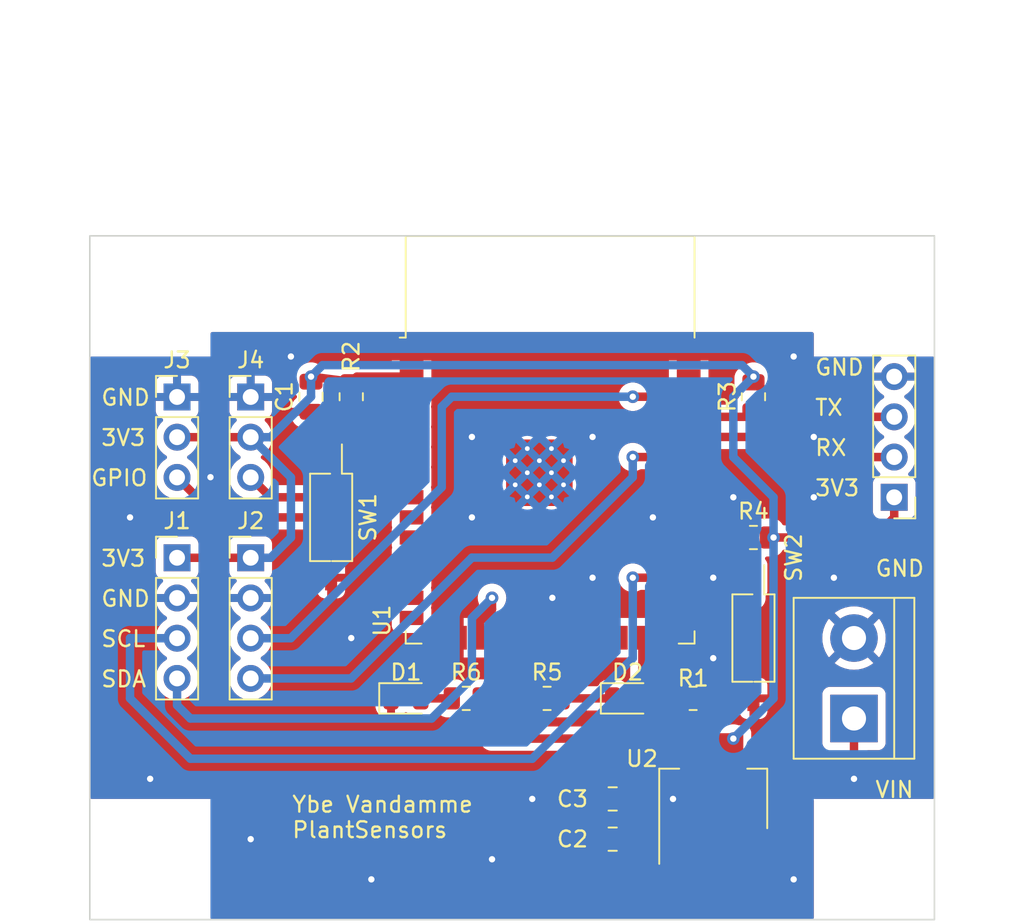
<source format=kicad_pcb>
(kicad_pcb (version 20221018) (generator pcbnew)
  (layers (0 "F.Cu" signal) (31 "B.Cu" signal) (34 "B.Paste" user) (35 "F.Paste" user) (36 "B.SilkS" user "B.Silkscreen") (37 "F.SilkS" user "F.Silkscreen") (38 "B.Mask" user) (39 "F.Mask" user) (44 "Edge.Cuts" user))
  (net 0 "")
  (net 1 "+3V3")
  (net 2 "Net-(D1-A)")
  (net 3 "Net-(D2-K)")
  (net 4 "GPIO2")
  (net 5 "RX0")
  (net 6 "TX0")
  (net 7 "EN")
  (net 8 "GPIO0")
  (net 9 "GPIO5")
  (net 12 "SCL2")
  (net 13 "SDA2")
  (net 14 "GPIO32")
  (net 32 "GND")
  (net 33 "+5V")
  (net 35 "SCL1")
  (net 36 "SDA1")
  (net 37 "GPIO34")
  (footprint "Resistor_SMD:R_0805_2012Metric" (layer "F.Cu") (at 151.13 106.68 180)
    (fp_text reference "R1" (at 0 1.27) (layer "F.SilkS"))
    (fp_text value "10k" hide)
    (fp_line (start -0.227064 -0.735) (end 0.227064 -0.735) (stroke (width 0.12)) (layer "F.SilkS"))
    (fp_line (start -0.227064 0.735) (end 0.227064 0.735) (stroke (width 0.12)) (layer "F.SilkS"))
    (pad "1" smd roundrect (at -0.9125 0 180) (size 1.025 1.4) (layers "F.Cu" "F.Paste" "F.Mask") (roundrect_rratio 0.243902439) (net 8 "GPIO0"))
    (pad "2" smd roundrect (at 0.9125 0 180) (size 1.025 1.4) (layers "F.Cu" "F.Paste" "F.Mask") (roundrect_rratio 0.243902439) (net 1 "+3V3"))
  )
  (footprint "Package_TO_SOT_SMD:SOT-223-3_TabPin2" (layer "F.Cu") (at 152.4 113.03 90)
    (fp_text reference "U2" (at 2.54 -4.5 180) (layer "F.SilkS"))
    (fp_text value "AMS1117-3.3" hide)
    (fp_line (start -4.1 -3.41) (end 1.91 -3.41) (stroke (width 0.12)) (layer "F.SilkS"))
    (fp_line (start -1.85 3.41) (end 1.91 3.41) (stroke (width 0.12)) (layer "F.SilkS"))
    (fp_line (start 1.91 -3.41) (end 1.91 -2.15) (stroke (width 0.12)) (layer "F.SilkS"))
    (fp_line (start 1.91 3.41) (end 1.91 2.15) (stroke (width 0.12)) (layer "F.SilkS"))
    (pad "1" smd rect (at -3.15 -2.3 90) (size 2 1.5) (layers "F.Cu" "F.Paste" "F.Mask") (net 32 "GND"))
    (pad "2" smd rect (at -3.15 0 90) (size 2 1.5) (layers "F.Cu" "F.Paste" "F.Mask") (net 1 "+3V3"))
    (pad "2" smd rect (at 3.15 0 90) (size 2 3.8) (layers "F.Cu" "F.Paste" "F.Mask") (net 1 "+3V3"))
    (pad "3" smd rect (at -3.15 2.3 90) (size 2 1.5) (layers "F.Cu" "F.Paste" "F.Mask") (net 33 "+5V"))
  )
  (footprint "Button_Switch_SMD:SW_DIP_SPSTx01_Slide_Copal_CHS-01B_W7.62mm_P1.27mm" (layer "F.Cu") (at 128.27 95.25 -90)
    (fp_text reference "SW1" (at 0 -2.33 -270) (layer "F.SilkS"))
    (fp_text value "SW_Push" hide)
    (fp_line (start -4.61 -0.68) (end -2.76 -0.68) (stroke (width 0.12)) (layer "F.SilkS"))
    (fp_line (start -2.76 -1.33) (end -2.76 -0.68) (stroke (width 0.12)) (layer "F.SilkS"))
    (fp_line (start -2.76 -1.33) (end 2.76 -1.33) (stroke (width 0.12)) (layer "F.SilkS"))
    (fp_line (start -2.76 0.061) (end -2.76 1.33) (stroke (width 0.12)) (layer "F.SilkS"))
    (fp_line (start -2.76 1.33) (end 2.76 1.33) (stroke (width 0.12)) (layer "F.SilkS"))
    (fp_line (start 2.76 -1.33) (end 2.76 -0.061) (stroke (width 0.12)) (layer "F.SilkS"))
    (fp_line (start 2.76 0.061) (end 2.76 1.33) (stroke (width 0.12)) (layer "F.SilkS"))
    (pad "1" smd rect (at -3.81 0 270) (size 1.6 0.76) (layers "F.Cu" "F.Paste" "F.Mask") (net 7 "EN"))
    (pad "2" smd rect (at 3.81 0 270) (size 1.6 0.76) (layers "F.Cu" "F.Paste" "F.Mask") (net 32 "GND"))
  )
  (footprint "LED_SMD:LED_0805_2012Metric" (layer "F.Cu") (at 132.9925 106.68)
    (fp_text reference "D1" (at 0 -1.65) (layer "F.SilkS"))
    (fp_text value "RED" hide)
    (fp_line (start -1.685 -0.96) (end -1.685 0.96) (stroke (width 0.12)) (layer "F.SilkS"))
    (fp_line (start -1.685 0.96) (end 1 0.96) (stroke (width 0.12)) (layer "F.SilkS"))
    (fp_line (start 1 -0.96) (end -1.685 -0.96) (stroke (width 0.12)) (layer "F.SilkS"))
    (pad "1" smd roundrect (at -0.9375 0) (size 0.975 1.4) (layers "F.Cu" "F.Paste" "F.Mask") (net 32 "GND"))
    (pad "2" smd roundrect (at 0.9375 0) (size 0.975 1.4) (layers "F.Cu" "F.Paste" "F.Mask") (net 2 "Net-(D1-A)"))
  )
  (footprint "Capacitor_SMD:C_0805_2012Metric" (layer "F.Cu") (at 146.05 115.57 180)
    (fp_text reference "C2" (at 2.54 0) (layer "F.SilkS"))
    (fp_text value "10µ" hide)
    (fp_line (start -0.261252 -0.735) (end 0.261252 -0.735) (stroke (width 0.12)) (layer "F.SilkS"))
    (fp_line (start -0.261252 0.735) (end 0.261252 0.735) (stroke (width 0.12)) (layer "F.SilkS"))
    (pad "1" smd roundrect (at -0.95 0 180) (size 1 1.45) (layers "F.Cu" "F.Paste" "F.Mask") (net 33 "+5V"))
    (pad "2" smd roundrect (at 0.95 0 180) (size 1 1.45) (layers "F.Cu" "F.Paste" "F.Mask") (net 32 "GND"))
  )
  (footprint "Resistor_SMD:R_0805_2012Metric" (layer "F.Cu") (at 154.94 87.63 90)
    (fp_text reference "R3" (at 0 -1.65 90) (layer "F.SilkS"))
    (fp_text value "10k" hide)
    (fp_line (start -0.227064 -0.735) (end 0.227064 -0.735) (stroke (width 0.12)) (layer "F.SilkS"))
    (fp_line (start -0.227064 0.735) (end 0.227064 0.735) (stroke (width 0.12)) (layer "F.SilkS"))
    (pad "1" smd roundrect (at -0.9125 0 90) (size 1.025 1.4) (layers "F.Cu" "F.Paste" "F.Mask") (roundrect_rratio 0.243902439) (net 6 "TX0"))
    (pad "2" smd roundrect (at 0.9125 0 90) (size 1.025 1.4) (layers "F.Cu" "F.Paste" "F.Mask") (roundrect_rratio 0.243902439) (net 1 "+3V3"))
  )
  (footprint "Connector_PinHeader_2.54mm:PinHeader_1x03_P2.54mm_Vertical" (layer "F.Cu") (at 123.19 87.645)
    (fp_text reference "J4" (at 0 -2.33) (layer "F.SilkS"))
    (fp_text value "Conn_01x03_Pin")
    (fp_line (start -1.33 -1.33) (end 0 -1.33) (stroke (width 0.12)) (layer "F.SilkS"))
    (fp_line (start -1.33 0) (end -1.33 -1.33) (stroke (width 0.12)) (layer "F.SilkS"))
    (fp_line (start -1.33 1.27) (end -1.33 6.41) (stroke (width 0.12)) (layer "F.SilkS"))
    (fp_line (start -1.33 1.27) (end 1.33 1.27) (stroke (width 0.12)) (layer "F.SilkS"))
    (fp_line (start -1.33 6.41) (end 1.33 6.41) (stroke (width 0.12)) (layer "F.SilkS"))
    (fp_line (start 1.33 1.27) (end 1.33 6.41) (stroke (width 0.12)) (layer "F.SilkS"))
    (pad "1" thru_hole rect (at 0 0) (size 1.7 1.7) (drill 1) (layers "*.Cu" "*.Mask") (net 32 "GND"))
    (pad "2" thru_hole oval (at 0 2.54) (size 1.7 1.7) (drill 1) (layers "*.Cu" "*.Mask") (net 1 "+3V3"))
    (pad "3" thru_hole oval (at 0 5.08) (size 1.7 1.7) (drill 1) (layers "*.Cu" "*.Mask") (net 37 "GPIO34"))
  )
  (footprint "TerminalBlock:TerminalBlock_bornier-2_P5.08mm" (layer "F.Cu") (at 161.29 107.95 90)
    (fp_text reference "J5" hide)
    (fp_text value "Screw_Terminal_01x02" hide)
    (fp_line (start -2.54 -3.81) (end -2.54 3.81) (stroke (width 0.12)) (layer "F.SilkS"))
    (fp_line (start -2.54 3.81) (end 7.62 3.81) (stroke (width 0.12)) (layer "F.SilkS"))
    (fp_line (start 7.62 -3.81) (end -2.54 -3.81) (stroke (width 0.12)) (layer "F.SilkS"))
    (fp_line (start 7.62 2.54) (end -2.54 2.54) (stroke (width 0.12)) (layer "F.SilkS"))
    (fp_line (start 7.62 3.81) (end 7.62 -3.81) (stroke (width 0.12)) (layer "F.SilkS"))
    (pad "1" thru_hole rect (at 0 0 90) (size 3 3) (drill 1.52) (layers "*.Cu" "*.Mask") (net 33 "+5V"))
    (pad "2" thru_hole circle (at 5.08 0 90) (size 3 3) (drill 1.52) (layers "*.Cu" "*.Mask") (net 32 "GND"))
  )
  (footprint "Button_Switch_SMD:SW_DIP_SPSTx01_Slide_Copal_CHS-01B_W7.62mm_P1.27mm" (layer "F.Cu") (at 154.94 102.87 -90)
    (fp_text reference "SW2" (at -5.08 -2.54 90) (layer "F.SilkS"))
    (fp_text value "BOOT" hide)
    (fp_line (start -4.61 -0.68) (end -2.76 -0.68) (stroke (width 0.12)) (layer "F.SilkS"))
    (fp_line (start -2.76 -1.33) (end -2.76 -0.68) (stroke (width 0.12)) (layer "F.SilkS"))
    (fp_line (start -2.76 -1.33) (end 2.76 -1.33) (stroke (width 0.12)) (layer "F.SilkS"))
    (fp_line (start -2.76 0.061) (end -2.76 1.33) (stroke (width 0.12)) (layer "F.SilkS"))
    (fp_line (start -2.76 1.33) (end 2.76 1.33) (stroke (width 0.12)) (layer "F.SilkS"))
    (fp_line (start 2.76 -1.33) (end 2.76 -0.061) (stroke (width 0.12)) (layer "F.SilkS"))
    (fp_line (start 2.76 0.061) (end 2.76 1.33) (stroke (width 0.12)) (layer "F.SilkS"))
    (pad "1" smd rect (at -3.81 0 270) (size 1.6 0.76) (layers "F.Cu" "F.Paste" "F.Mask") (net 8 "GPIO0"))
    (pad "2" smd rect (at 3.81 0 270) (size 1.6 0.76) (layers "F.Cu" "F.Paste" "F.Mask") (net 32 "GND"))
  )
  (footprint "Capacitor_SMD:C_0805_2012Metric" (layer "F.Cu") (at 146.05 113.03 180)
    (fp_text reference "C3" (at 2.54 0) (layer "F.SilkS"))
    (fp_text value "22µ" hide)
    (fp_line (start -0.261252 -0.735) (end 0.261252 -0.735) (stroke (width 0.12)) (layer "F.SilkS"))
    (fp_line (start -0.261252 0.735) (end 0.261252 0.735) (stroke (width 0.12)) (layer "F.SilkS"))
    (pad "1" smd roundrect (at -0.95 0 180) (size 1 1.45) (layers "F.Cu" "F.Paste" "F.Mask") (net 1 "+3V3"))
    (pad "2" smd roundrect (at 0.95 0 180) (size 1 1.45) (layers "F.Cu" "F.Paste" "F.Mask") (net 32 "GND"))
  )
  (footprint "MountingHole:MountingHole_2.2mm_M2" (layer "F.Cu") (at 162.56 116.84)
    (fp_text reference "REF**" hide)
    (fp_text value "MountingHole_2.2mm_M2")
    (pad "" np_thru_hole circle (at 0 0) (size 2.2 2.2) (drill 2.2) (layers "F&B.Cu" "*.Mask"))
  )
  (footprint "Resistor_SMD:R_0805_2012Metric" (layer "F.Cu") (at 129.54 87.63 -90)
    (fp_text reference "R2" (at -2.54 0 -270) (layer "F.SilkS"))
    (fp_text value "10k" hide)
    (fp_line (start -0.227064 -0.735) (end 0.227064 -0.735) (stroke (width 0.12)) (layer "F.SilkS"))
    (fp_line (start -0.227064 0.735) (end 0.227064 0.735) (stroke (width 0.12)) (layer "F.SilkS"))
    (pad "1" smd roundrect (at -0.9125 0 270) (size 1.025 1.4) (layers "F.Cu" "F.Paste" "F.Mask") (roundrect_rratio 0.243902439) (net 1 "+3V3"))
    (pad "2" smd roundrect (at 0.9125 0 270) (size 1.025 1.4) (layers "F.Cu" "F.Paste" "F.Mask") (roundrect_rratio 0.243902439) (net 7 "EN"))
  )
  (footprint "MountingHole:MountingHole_2.2mm_M2" (layer "F.Cu") (at 116.84 116.84)
    (fp_text reference "REF**" hide)
    (fp_text value "MountingHole_2.2mm_M2")
    (pad "" np_thru_hole circle (at 0 0) (size 2.2 2.2) (drill 2.2) (layers "F&B.Cu" "*.Mask"))
  )
  (footprint "Resistor_SMD:R_0805_2012Metric" (layer "F.Cu") (at 154.94 96.52)
    (fp_text reference "R4" (at 0 -1.65) (layer "F.SilkS"))
    (fp_text value "10k")
    (fp_line (start -0.227064 -0.735) (end 0.227064 -0.735) (stroke (width 0.12)) (layer "F.SilkS"))
    (fp_line (start -0.227064 0.735) (end 0.227064 0.735) (stroke (width 0.12)) (layer "F.SilkS"))
    (pad "1" smd roundrect (at -0.9125 0) (size 1.025 1.4) (layers "F.Cu" "F.Paste" "F.Mask") (roundrect_rratio 0.243902439) (net 9 "GPIO5"))
    (pad "2" smd roundrect (at 0.9125 0) (size 1.025 1.4) (layers "F.Cu" "F.Paste" "F.Mask") (roundrect_rratio 0.243902439) (net 1 "+3V3"))
  )
  (footprint "RF_Module:ESP32-WROOM-32" (layer "F.Cu") (at 142.1 93.34)
    (fp_text reference "U1" (at -10.61 8.43 90) (layer "F.SilkS"))
    (fp_text value "ESP32-WROOM-32" hide)
    (fp_line (start -9.12 -15.86) (end -9.12 -9.445) (stroke (width 0.12)) (layer "F.SilkS"))
    (fp_line (start -9.12 -15.86) (end 9.12 -15.86) (stroke (width 0.12)) (layer "F.SilkS"))
    (fp_line (start -9.12 -9.445) (end -9.5 -9.445) (stroke (width 0.12)) (layer "F.SilkS"))
    (fp_line (start -9.12 9.1) (end -9.12 9.88) (stroke (width 0.12)) (layer "F.SilkS"))
    (fp_line (start -9.12 9.88) (end -8.12 9.88) (stroke (width 0.12)) (layer "F.SilkS"))
    (fp_line (start 9.12 -15.86) (end 9.12 -9.445) (stroke (width 0.12)) (layer "F.SilkS"))
    (fp_line (start 9.12 9.1) (end 9.12 9.88) (stroke (width 0.12)) (layer "F.SilkS"))
    (fp_line (start 9.12 9.88) (end 8.12 9.88) (stroke (width 0.12)) (layer "F.SilkS"))
    (pad "1" smd rect (at -8.75 -8.25) (size 1.5 0.9) (layers "F.Cu" "F.Paste" "F.Mask") (net 32 "GND"))
    (pad "2" smd rect (at -8.75 -6.98) (size 1.5 0.9) (layers "F.Cu" "F.Paste" "F.Mask") (net 1 "+3V3"))
    (pad "3" smd rect (at -8.75 -5.71) (size 1.5 0.9) (layers "F.Cu" "F.Paste" "F.Mask") (net 7 "EN"))
    (pad "4" smd rect (at -8.75 -4.44) (size 1.5 0.9) (layers "F.Cu" "F.Paste" "F.Mask"))
    (pad "5" smd rect (at -8.75 -3.17) (size 1.5 0.9) (layers "F.Cu" "F.Paste" "F.Mask"))
    (pad "6" smd rect (at -8.75 -1.9) (size 1.5 0.9) (layers "F.Cu" "F.Paste" "F.Mask") (net 37 "GPIO34"))
    (pad "7" smd rect (at -8.75 -0.63) (size 1.5 0.9) (layers "F.Cu" "F.Paste" "F.Mask"))
    (pad "8" smd rect (at -8.75 0.64) (size 1.5 0.9) (layers "F.Cu" "F.Paste" "F.Mask") (net 14 "GPIO32"))
    (pad "9" smd rect (at -8.75 1.91) (size 1.5 0.9) (layers "F.Cu" "F.Paste" "F.Mask"))
    (pad "10" smd rect (at -8.75 3.18) (size 1.5 0.9) (layers "F.Cu" "F.Paste" "F.Mask"))
    (pad "11" smd rect (at -8.75 4.45) (size 1.5 0.9) (layers "F.Cu" "F.Paste" "F.Mask"))
    (pad "12" smd rect (at -8.75 5.72) (size 1.5 0.9) (layers "F.Cu" "F.Paste" "F.Mask"))
    (pad "13" smd rect (at -8.75 6.99) (size 1.5 0.9) (layers "F.Cu" "F.Paste" "F.Mask"))
    (pad "14" smd rect (at -8.75 8.26) (size 1.5 0.9) (layers "F.Cu" "F.Paste" "F.Mask"))
    (pad "15" smd rect (at -5.71 9.51 90) (size 1.5 0.9) (layers "F.Cu" "F.Paste" "F.Mask") (net 32 "GND"))
    (pad "16" smd rect (at -4.44 9.51 90) (size 1.5 0.9) (layers "F.Cu" "F.Paste" "F.Mask") (net 13 "SDA2"))
    (pad "17" smd rect (at -3.17 9.51 90) (size 1.5 0.9) (layers "F.Cu" "F.Paste" "F.Mask"))
    (pad "18" smd rect (at -1.9 9.51 90) (size 1.5 0.9) (layers "F.Cu" "F.Paste" "F.Mask"))
    (pad "19" smd rect (at -0.63 9.51 90) (size 1.5 0.9) (layers "F.Cu" "F.Paste" "F.Mask"))
    (pad "20" smd rect (at 0.64 9.51 90) (size 1.5 0.9) (layers "F.Cu" "F.Paste" "F.Mask"))
    (pad "21" smd rect (at 1.91 9.51 90) (size 1.5 0.9) (layers "F.Cu" "F.Paste" "F.Mask"))
    (pad "22" smd rect (at 3.18 9.51 90) (size 1.5 0.9) (layers "F.Cu" "F.Paste" "F.Mask"))
    (pad "23" smd rect (at 4.45 9.51 90) (size 1.5 0.9) (layers "F.Cu" "F.Paste" "F.Mask"))
    (pad "24" smd rect (at 5.72 9.51 90) (size 1.5 0.9) (layers "F.Cu" "F.Paste" "F.Mask") (net 4 "GPIO2"))
    (pad "25" smd rect (at 8.75 8.26) (size 1.5 0.9) (layers "F.Cu" "F.Paste" "F.Mask") (net 8 "GPIO0"))
    (pad "26" smd rect (at 8.75 6.99) (size 1.5 0.9) (layers "F.Cu" "F.Paste" "F.Mask"))
    (pad "27" smd rect (at 8.75 5.72) (size 1.5 0.9) (layers "F.Cu" "F.Paste" "F.Mask") (net 12 "SCL2"))
    (pad "28" smd rect (at 8.75 4.45) (size 1.5 0.9) (layers "F.Cu" "F.Paste" "F.Mask"))
    (pad "29" smd rect (at 8.75 3.18) (size 1.5 0.9) (layers "F.Cu" "F.Paste" "F.Mask") (net 9 "GPIO5"))
    (pad "30" smd rect (at 8.75 1.91) (size 1.5 0.9) (layers "F.Cu" "F.Paste" "F.Mask"))
    (pad "31" smd rect (at 8.75 0.64) (size 1.5 0.9) (layers "F.Cu" "F.Paste" "F.Mask"))
    (pad "32" smd rect (at 8.75 -0.63) (size 1.5 0.9) (layers "F.Cu" "F.Paste" "F.Mask"))
    (pad "33" smd rect (at 8.75 -1.9) (size 1.5 0.9) (layers "F.Cu" "F.Paste" "F.Mask") (net 36 "SDA1"))
    (pad "34" smd rect (at 8.75 -3.17) (size 1.5 0.9) (layers "F.Cu" "F.Paste" "F.Mask") (net 5 "RX0"))
    (pad "35" smd rect (at 8.75 -4.44) (size 1.5 0.9) (layers "F.Cu" "F.Paste" "F.Mask") (net 6 "TX0"))
    (pad "36" smd rect (at 8.75 -5.71) (size 1.5 0.9) (layers "F.Cu" "F.Paste" "F.Mask") (net 35 "SCL1"))
    (pad "37" smd rect (at 8.75 -6.98) (size 1.5 0.9) (layers "F.Cu" "F.Paste" "F.Mask"))
    (pad "38" smd rect (at 8.75 -8.25) (size 1.5 0.9) (layers "F.Cu" "F.Paste" "F.Mask") (net 32 "GND"))
    (pad "39" smd rect (at -2.205 -2.435) (size 1.05 1.05) (layers "F.Cu" "F.Paste") (net 32 "GND"))
    (pad "39" thru_hole circle (at -2.205 -1.6725) (size 0.6 0.6) (drill 0.3) (property pad_prop_heatsink) (layers "*.Cu" "F.Mask") (net 32 "GND"))
    (pad "39" smd rect (at -2.205 -0.91) (size 1.05 1.05) (layers "F.Cu" "F.Paste") (net 32 "GND"))
    (pad "39" thru_hole circle (at -2.205 -0.1475) (size 0.6 0.6) (drill 0.3) (property pad_prop_heatsink) (layers "*.Cu" "F.Mask") (net 32 "GND"))
    (pad "39" smd rect (at -2.205 0.615) (size 1.05 1.05) (layers "F.Cu" "F.Paste") (net 32 "GND"))
    (pad "39" thru_hole circle (at -1.4425 -2.435) (size 0.6 0.6) (drill 0.3) (property pad_prop_heatsink) (layers "*.Cu" "F.Mask") (net 32 "GND"))
    (pad "39" thru_hole circle (at -1.4425 -0.91) (size 0.6 0.6) (drill 0.3) (property pad_prop_heatsink) (layers "*.Cu" "F.Mask") (net 32 "GND"))
    (pad "39" thru_hole circle (at -1.4425 0.615) (size 0.6 0.6) (drill 0.3) (property pad_prop_heatsink) (layers "*.Cu" "F.Mask") (net 32 "GND"))
    (pad "39" smd rect (at -0.68 -2.435) (size 1.05 1.05) (layers "F.Cu" "F.Paste" "F.Mask") (net 32 "GND"))
    (pad "39" thru_hole circle (at -0.68 -1.6725) (size 0.6 0.6) (drill 0.3) (property pad_prop_heatsink) (layers "*.Cu" "F.Mask") (net 32 "GND"))
    (pad "39" smd rect (at -0.68 -0.91) (size 1.05 1.05) (layers "F.Cu" "F.Paste") (net 32 "GND"))
    (pad "39" smd rect (at -0.68 -0.91) (size 4.2 4.2) (layers "F.Cu" "F.Mask") (net 32 "GND"))
    (pad "39" thru_hole circle (at -0.68 -0.1475) (size 0.6 0.6) (drill 0.3) (property pad_prop_heatsink) (layers "*.Cu" "F.Mask") (net 32 "GND"))
    (pad "39" smd rect (at -0.68 0.615) (size 1.05 1.05) (layers "F.Cu" "F.Paste") (net 32 "GND"))
    (pad "39" thru_hole circle (at 0.0825 -2.435) (size 0.6 0.6) (drill 0.3) (property pad_prop_heatsink) (layers "*.Cu" "F.Mask") (net 32 "GND"))
    (pad "39" thru_hole circle (at 0.0825 -0.91) (size 0.6 0.6) (drill 0.3) (property pad_prop_heatsink) (layers "*.Cu" "F.Mask") (net 32 "GND"))
    (pad "39" thru_hole circle (at 0.0825 0.615) (size 0.6 0.6) (drill 0.3) (property pad_prop_heatsink) (layers "*.Cu" "F.Mask") (net 32 "GND"))
    (pad "39" smd rect (at 0.845 -2.435) (size 1.05 1.05) (layers "F.Cu" "F.Paste") (net 32 "GND"))
    (pad "39" thru_hole circle (at 0.845 -1.6725) (size 0.6 0.6) (drill 0.3) (property pad_prop_heatsink) (layers "*.Cu" "F.Mask") (net 32 "GND"))
    (pad "39" smd rect (at 0.845 -0.91) (size 1.05 1.05) (layers "F.Cu" "F.Paste") (net 32 "GND"))
    (pad "39" thru_hole circle (at 0.845 -0.1475) (size 0.6 0.6) (drill 0.3) (property pad_prop_heatsink) (layers "*.Cu" "F.Mask") (net 32 "GND"))
    (pad "39" smd rect (at 0.845 0.615) (size 1.05 1.05) (layers "F.Cu" "F.Paste") (net 32 "GND"))
    (zone (net 0) (net_name "") (layers "F.Cu" "In1.Cu" "B.Cu") (connect_pads (clearance 0)) (min_thickness 0.254)
      (keepout (tracks not_allowed) (vias not_allowed) (pads not_allowed) (copperpour not_allowed) (footprints not_allowed))
      (fill (thermal_gap 0.508) (thermal_bridge_width 0.508))
      (polygon (pts (xy 118.1 83.54) (xy 166.1 83.54) (xy 166.1 62.6) (xy 118.1 62.6)))
    )
  )
  (footprint "LED_SMD:LED_0805_2012Metric" (layer "F.Cu") (at 146.9875 106.68)
    (fp_text reference "D2" (at 0 -1.65) (layer "F.SilkS"))
    (fp_text value "BLUE" hide)
    (fp_line (start -1.685 -0.96) (end -1.685 0.96) (stroke (width 0.12)) (layer "F.SilkS"))
    (fp_line (start -1.685 0.96) (end 1 0.96) (stroke (width 0.12)) (layer "F.SilkS"))
    (fp_line (start 1 -0.96) (end -1.685 -0.96) (stroke (width 0.12)) (layer "F.SilkS"))
    (pad "1" smd roundrect (at -0.9375 0) (size 0.975 1.4) (layers "F.Cu" "F.Paste" "F.Mask") (net 3 "Net-(D2-K)"))
    (pad "2" smd roundrect (at 0.9375 0) (size 0.975 1.4) (layers "F.Cu" "F.Paste" "F.Mask") (net 4 "GPIO2"))
  )
  (footprint "MountingHole:MountingHole_2.2mm_M2" (layer "F.Cu") (at 162.56 81.28)
    (fp_text reference "REF**" hide)
    (fp_text value "MountingHole_2.2mm_M2")
    (pad "" np_thru_hole circle (at 0 0) (size 2.2 2.2) (drill 2.2) (layers "F&B.Cu" "*.Mask"))
  )
  (footprint "Connector_PinHeader_2.54mm:PinHeader_1x04_P2.54mm_Vertical" (layer "F.Cu") (at 118.54 97.8)
    (fp_text reference "J1" (at 0 -2.33) (layer "F.SilkS"))
    (fp_text value "Conn_01x04_Pin")
    (fp_line (start -1.33 -1.33) (end 0 -1.33) (stroke (width 0.12)) (layer "F.SilkS"))
    (fp_line (start -1.33 0) (end -1.33 -1.33) (stroke (width 0.12)) (layer "F.SilkS"))
    (fp_line (start -1.33 1.27) (end -1.33 8.95) (stroke (width 0.12)) (layer "F.SilkS"))
    (fp_line (start -1.33 1.27) (end 1.33 1.27) (stroke (width 0.12)) (layer "F.SilkS"))
    (fp_line (start -1.33 8.95) (end 1.33 8.95) (stroke (width 0.12)) (layer "F.SilkS"))
    (fp_line (start 1.33 1.27) (end 1.33 8.95) (stroke (width 0.12)) (layer "F.SilkS"))
    (pad "1" thru_hole rect (at 0 0) (size 1.7 1.7) (drill 1) (layers "*.Cu" "*.Mask") (net 1 "+3V3"))
    (pad "2" thru_hole oval (at 0 2.54) (size 1.7 1.7) (drill 1) (layers "*.Cu" "*.Mask") (net 32 "GND"))
    (pad "3" thru_hole oval (at 0 5.08) (size 1.7 1.7) (drill 1) (layers "*.Cu" "*.Mask") (net 12 "SCL2"))
    (pad "4" thru_hole oval (at 0 7.62) (size 1.7 1.7) (drill 1) (layers "*.Cu" "*.Mask") (net 13 "SDA2"))
  )
  (footprint "Resistor_SMD:R_0805_2012Metric" (layer "F.Cu") (at 141.9075 106.68)
    (fp_text reference "R5" (at 0 -1.65) (layer "F.SilkS"))
    (fp_text value "1k" hide)
    (fp_line (start -0.227064 -0.735) (end 0.227064 -0.735) (stroke (width 0.12)) (layer "F.SilkS"))
    (fp_line (start -0.227064 0.735) (end 0.227064 0.735) (stroke (width 0.12)) (layer "F.SilkS"))
    (pad "1" smd roundrect (at -0.9125 0) (size 1.025 1.4) (layers "F.Cu" "F.Paste" "F.Mask") (roundrect_rratio 0.243902439) (net 32 "GND"))
    (pad "2" smd roundrect (at 0.9125 0) (size 1.025 1.4) (layers "F.Cu" "F.Paste" "F.Mask") (roundrect_rratio 0.243902439) (net 3 "Net-(D2-K)"))
  )
  (footprint "Connector_PinHeader_2.54mm:PinHeader_1x04_P2.54mm_Vertical" (layer "F.Cu") (at 123.19 97.8)
    (fp_text reference "J2" (at 0 -2.33) (layer "F.SilkS"))
    (fp_text value "Conn_01x04_Pin")
    (fp_line (start -1.33 -1.33) (end 0 -1.33) (stroke (width 0.12)) (layer "F.SilkS"))
    (fp_line (start -1.33 0) (end -1.33 -1.33) (stroke (width 0.12)) (layer "F.SilkS"))
    (fp_line (start -1.33 1.27) (end -1.33 8.95) (stroke (width 0.12)) (layer "F.SilkS"))
    (fp_line (start -1.33 1.27) (end 1.33 1.27) (stroke (width 0.12)) (layer "F.SilkS"))
    (fp_line (start -1.33 8.95) (end 1.33 8.95) (stroke (width 0.12)) (layer "F.SilkS"))
    (fp_line (start 1.33 1.27) (end 1.33 8.95) (stroke (width 0.12)) (layer "F.SilkS"))
    (pad "1" thru_hole rect (at 0 0) (size 1.7 1.7) (drill 1) (layers "*.Cu" "*.Mask") (net 1 "+3V3"))
    (pad "2" thru_hole oval (at 0 2.54) (size 1.7 1.7) (drill 1) (layers "*.Cu" "*.Mask") (net 32 "GND"))
    (pad "3" thru_hole oval (at 0 5.08) (size 1.7 1.7) (drill 1) (layers "*.Cu" "*.Mask") (net 35 "SCL1"))
    (pad "4" thru_hole oval (at 0 7.62) (size 1.7 1.7) (drill 1) (layers "*.Cu" "*.Mask") (net 36 "SDA1"))
  )
  (footprint "Resistor_SMD:R_0805_2012Metric" (layer "F.Cu") (at 136.8025 106.68)
    (fp_text reference "R6" (at 0 -1.65) (layer "F.SilkS"))
    (fp_text value "1K" hide)
    (fp_line (start -0.227064 -0.735) (end 0.227064 -0.735) (stroke (width 0.12)) (layer "F.SilkS"))
    (fp_line (start -0.227064 0.735) (end 0.227064 0.735) (stroke (width 0.12)) (layer "F.SilkS"))
    (pad "1" smd roundrect (at -0.9125 0) (size 1.025 1.4) (layers "F.Cu" "F.Paste" "F.Mask") (roundrect_rratio 0.243902439) (net 2 "Net-(D1-A)"))
    (pad "2" smd roundrect (at 0.9125 0) (size 1.025 1.4) (layers "F.Cu" "F.Paste" "F.Mask") (roundrect_rratio 0.243902439) (net 1 "+3V3"))
  )
  (footprint "Connector_PinHeader_2.54mm:PinHeader_1x04_P2.54mm_Vertical" (layer "F.Cu") (at 163.83 93.98 180)
    (fp_text reference "J6" hide)
    (fp_text value "Conn_01x04_Pin" hide)
    (fp_line (start -1.33 -1.33) (end 0 -1.33) (stroke (width 0.12)) (layer "F.SilkS"))
    (fp_line (start -1.33 0) (end -1.33 -1.33) (stroke (width 0.12)) (layer "F.SilkS"))
    (fp_line (start -1.33 1.27) (end -1.33 8.95) (stroke (width 0.12)) (layer "F.SilkS"))
    (fp_line (start -1.33 1.27) (end 1.33 1.27) (stroke (width 0.12)) (layer "F.SilkS"))
    (fp_line (start -1.33 8.95) (end 1.33 8.95) (stroke (width 0.12)) (layer "F.SilkS"))
    (fp_line (start 1.33 1.27) (end 1.33 8.95) (stroke (width 0.12)) (layer "F.SilkS"))
    (pad "1" thru_hole rect (at 0 0 180) (size 1.7 1.7) (drill 1) (layers "*.Cu" "*.Mask") (net 1 "+3V3"))
    (pad "2" thru_hole oval (at 0 2.54 180) (size 1.7 1.7) (drill 1) (layers "*.Cu" "*.Mask") (net 5 "RX0"))
    (pad "3" thru_hole oval (at 0 5.08 180) (size 1.7 1.7) (drill 1) (layers "*.Cu" "*.Mask") (net 6 "TX0"))
    (pad "4" thru_hole oval (at 0 7.62 180) (size 1.7 1.7) (drill 1) (layers "*.Cu" "*.Mask") (net 32 "GND"))
  )
  (footprint "Capacitor_SMD:C_0805_2012Metric" (layer "F.Cu") (at 127 87.63 90)
    (fp_text reference "C1" (at 0 -1.68 90) (layer "F.SilkS"))
    (fp_text value "100n" hide)
    (fp_line (start -0.261252 -0.735) (end 0.261252 -0.735) (stroke (width 0.12)) (layer "F.SilkS"))
    (fp_line (start -0.261252 0.735) (end 0.261252 0.735) (stroke (width 0.12)) (layer "F.SilkS"))
    (pad "1" smd roundrect (at -0.95 0 90) (size 1 1.45) (layers "F.Cu" "F.Paste" "F.Mask") (net 32 "GND"))
    (pad "2" smd roundrect (at 0.95 0 90) (size 1 1.45) (layers "F.Cu" "F.Paste" "F.Mask") (net 1 "+3V3"))
  )
  (footprint "MountingHole:MountingHole_2.2mm_M2" (layer "F.Cu") (at 116.84 81.28)
    (fp_text reference "REF**" hide)
    (fp_text value "MountingHole_2.2mm_M2")
    (pad "" np_thru_hole circle (at 0 0) (size 2.2 2.2) (drill 2.2) (layers "*.Cu" "*.Mask"))
  )
  (footprint "Connector_PinHeader_2.54mm:PinHeader_1x03_P2.54mm_Vertical" (layer "F.Cu") (at 118.54 87.645)
    (fp_text reference "J3" (at 0 -2.33) (layer "F.SilkS"))
    (fp_text value "Conn_01x03_Pin")
    (fp_line (start -1.33 -1.33) (end 0 -1.33) (stroke (width 0.12)) (layer "F.SilkS"))
    (fp_line (start -1.33 0) (end -1.33 -1.33) (stroke (width 0.12)) (layer "F.SilkS"))
    (fp_line (start -1.33 1.27) (end -1.33 6.41) (stroke (width 0.12)) (layer "F.SilkS"))
    (fp_line (start -1.33 1.27) (end 1.33 1.27) (stroke (width 0.12)) (layer "F.SilkS"))
    (fp_line (start -1.33 6.41) (end 1.33 6.41) (stroke (width 0.12)) (layer "F.SilkS"))
    (fp_line (start 1.33 1.27) (end 1.33 6.41) (stroke (width 0.12)) (layer "F.SilkS"))
    (pad "1" thru_hole rect (at 0 0) (size 1.7 1.7) (drill 1) (layers "*.Cu" "*.Mask") (net 32 "GND"))
    (pad "2" thru_hole oval (at 0 2.54) (size 1.7 1.7) (drill 1) (layers "*.Cu" "*.Mask") (net 1 "+3V3"))
    (pad "3" thru_hole oval (at 0 5.08) (size 1.7 1.7) (drill 1) (layers "*.Cu" "*.Mask") (net 14 "GPIO32"))
  )
  (gr_rect (start 113.03 77.47) (end 166.37 120.65) (stroke (width 0.1)) (fill none) (layer "Edge.Cuts"))
  (gr_text "GND" (at 113.665 100.965) (layer "F.SilkS") (effects (font (size 1 1)) (justify left bottom)))
  (gr_text "GND" (at 113.665 88.265) (layer "F.SilkS") (effects (font (size 1 1)) (justify left bottom)))
  (gr_text "VIN\n" (at 162.56 113.03) (layer "F.SilkS") (effects (font (size 1 1)) (justify left bottom)))
  (gr_text "3V3\n" (at 158.75 93.98) (layer "F.SilkS") (effects (font (size 1 1)) (justify left bottom)))
  (gr_text "GND\n" (at 158.75 86.36) (layer "F.SilkS") (effects (font (size 1 1)) (justify left bottom)))
  (gr_text "RX\n" (at 158.75 91.44) (layer "F.SilkS") (effects (font (size 1 1)) (justify left bottom)))
  (gr_text "Ybe Vandamme \nPlantSensors\n" (at 125.73 115.57) (layer "F.SilkS") (effects (font (size 1 1)) (justify left bottom)))
  (gr_text "3V3\n" (at 113.665 98.425) (layer "F.SilkS") (effects (font (size 1 1)) (justify left bottom)))
  (gr_text "SDA" (at 113.665 106.045) (layer "F.SilkS") (effects (font (size 1 1)) (justify left bottom)))
  (gr_text "SCL\n" (at 113.665 103.505) (layer "F.SilkS") (effects (font (size 1 1)) (justify left bottom)))
  (gr_text "GPIO\n" (at 113.03 93.345) (layer "F.SilkS") (effects (font (size 1 1)) (justify left bottom)))
  (gr_text "TX\n" (at 158.75 88.9) (layer "F.SilkS") (effects (font (size 1 1)) (justify left bottom)))
  (gr_text "GND" (at 162.56 99.06) (layer "F.SilkS") (effects (font (size 1 1)) (justify left bottom)))
  (gr_text "3V3\n" (at 113.665 90.805) (layer "F.SilkS") (effects (font (size 1 1)) (justify left bottom)))
  (segment (start 133.35 86.36) (end 129.8975 86.36) (width 0.5334) (layer "F.Cu") (net 1))
  (segment (start 149.2 109.88) (end 152.4 109.88) (width 0.5334) (layer "F.Cu") (net 1))
  (segment (start 147 112.08) (end 149.2 109.88) (width 0.5334) (layer "F.Cu") (net 1))
  (segment (start 147 113.03) (end 147 112.08) (width 0.5334) (layer "F.Cu") (net 1))
  (segment (start 150.2175 106.68) (end 150.2175 107.6975) (width 0.5334) (layer "F.Cu") (net 1))
  (segment (start 118.54 90.185) (end 123.19 90.185) (width 0.5334) (layer "F.Cu") (net 1))
  (segment (start 153.67 109.22) (end 153.06 109.22) (width 0.5334) (layer "F.Cu") (net 1))
  (segment (start 163.83 95.25) (end 162.56 96.52) (width 0.5334) (layer "F.Cu") (net 1))
  (segment (start 137.715 106.68) (end 137.715 108.505) (width 0.5334) (layer "F.Cu") (net 1))
  (segment (start 127 86.36) (end 129.5025 86.68) (width 0.5334) (layer "F.Cu") (net 1))
  (segment (start 138.43 109.22) (end 144.14 109.22) (width 0.5334) (layer "F.Cu") (net 1))
  (segment (start 129.5025 86.68) (end 129.54 86.7175) (width 0.5334) (layer "F.Cu") (net 1))
  (segment (start 156.21 96.52) (end 155.8525 96.52) (width 0.5334) (layer "F.Cu") (net 1))
  (segment (start 129.8975 86.36) (end 129.54 86.7175) (width 0.5334) (layer "F.Cu") (net 1))
  (segment (start 152.4 109.88) (end 152.4 116.18) (width 0.5334) (layer "F.Cu") (net 1))
  (segment (start 137.715 108.505) (end 138.43 109.22) (width 0.5334) (layer "F.Cu") (net 1))
  (segment (start 118.54 97.8) (end 123.19 97.8) (width 0.5334) (layer "F.Cu") (net 1))
  (segment (start 144.14 109.22) (end 147 112.08) (width 0.5334) (layer "F.Cu") (net 1))
  (segment (start 153.06 109.22) (end 152.4 109.88) (width 0.5334) (layer "F.Cu") (net 1))
  (segment (start 162.56 96.52) (end 156.21 96.52) (width 0.5334) (layer "F.Cu") (net 1))
  (segment (start 127 86.68) (end 127 86.36) (width 0.5334) (layer "F.Cu") (net 1))
  (segment (start 150.2175 107.6975) (end 152.4 109.88) (width 0.5334) (layer "F.Cu") (net 1))
  (segment (start 163.83 93.98) (end 163.83 95.25) (width 0.5334) (layer "F.Cu") (net 1))
  (via (at 153.67 109.22) (size 0.8) (drill 0.4) (layers "F.Cu" "B.Cu") (net 1))
  (via (at 127 86.36) (size 0.8) (drill 0.4) (layers "F.Cu" "B.Cu") (net 1))
  (via (at 154.94 86.36) (size 0.8) (drill 0.4) (layers "F.Cu" "B.Cu") (net 1))
  (via (at 156.21 96.52) (size 0.8) (drill 0.4) (layers "F.Cu" "B.Cu") (net 1))
  (segment (start 124.445 90.185) (end 123.19 90.185) (width 0.5334) (layer "B.Cu") (net 1))
  (segment (start 124.45 97.8) (end 123.19 97.8) (width 0.5334) (layer "B.Cu") (net 1))
  (segment (start 127 87.63) (end 124.445 90.185) (width 0.5334) (layer "B.Cu") (net 1))
  (segment (start 153.67 91.44) (end 153.67 87.63) (width 0.5334) (layer "B.Cu") (net 1))
  (segment (start 127.725 85.635) (end 154.215 85.635) (width 0.5334) (layer "B.Cu") (net 1))
  (segment (start 127 86.36) (end 127 87.63) (width 0.5334) (layer "B.Cu") (net 1))
  (segment (start 153.67 87.63) (end 154.94 86.36) (width 0.5334) (layer "B.Cu") (net 1))
  (segment (start 125.73 96.52) (end 125.73 92.725) (width 0.5334) (layer "B.Cu") (net 1))
  (segment (start 127 86.36) (end 127.725 85.635) (width 0.5334) (layer "B.Cu") (net 1))
  (segment (start 125.73 92.725) (end 123.19 90.185) (width 0.5334) (layer "B.Cu") (net 1))
  (segment (start 125.73 96.52) (end 124.45 97.8) (width 0.5334) (layer "B.Cu") (net 1))
  (segment (start 154.215 85.635) (end 154.94 86.36) (width 0.5334) (layer "B.Cu") (net 1))
  (segment (start 153.67 109.22) (end 156.21 106.68) (width 0.5334) (layer "B.Cu") (net 1))
  (segment (start 156.21 93.98) (end 153.67 91.44) (width 0.5334) (layer "B.Cu") (net 1))
  (segment (start 156.21 96.52) (end 156.21 93.98) (width 0.5334) (layer "B.Cu") (net 1))
  (segment (start 156.21 106.68) (end 156.21 96.52) (width 0.5334) (layer "B.Cu") (net 1))
  (segment (start 133.93 106.68) (end 135.89 106.68) (width 0.5334) (layer "F.Cu") (net 2))
  (segment (start 142.82 106.68) (end 146.05 106.68) (width 0.5334) (layer "F.Cu") (net 3))
  (segment (start 147.925 106.68) (end 147.925 102.955) (width 0.5334) (layer "F.Cu") (net 4))
  (segment (start 147.925 102.955) (end 147.82 102.85) (width 0.5334) (layer "F.Cu") (net 4))
  (segment (start 157.48 91.44) (end 163.83 91.44) (width 0.5334) (layer "F.Cu") (net 5))
  (segment (start 156.21 90.17) (end 157.48 91.44) (width 0.5334) (layer "F.Cu") (net 5))
  (segment (start 150.85 90.17) (end 156.21 90.17) (width 0.5334) (layer "F.Cu") (net 5))
  (segment (start 155.2975 88.9) (end 154.94 88.5425) (width 0.5334) (layer "F.Cu") (net 6))
  (segment (start 163.83 88.9) (end 155.2975 88.9) (width 0.5334) (layer "F.Cu") (net 6))
  (segment (start 154.5825 88.9) (end 154.94 88.5425) (width 0.5334) (layer "F.Cu") (net 6))
  (segment (start 150.85 88.9) (end 154.5825 88.9) (width 0.5334) (layer "F.Cu") (net 6))
  (segment (start 129.54 90.17) (end 129.54 88.5425) (width 0.5334) (layer "F.Cu") (net 7))
  (segment (start 130.4525 87.63) (end 129.54 88.5425) (width 0.5334) (layer "F.Cu") (net 7))
  (segment (start 128.27 91.44) (end 129.54 90.17) (width 0.5334) (layer "F.Cu") (net 7))
  (segment (start 133.35 87.63) (end 130.4525 87.63) (width 0.5334) (layer "F.Cu") (net 7))
  (segment (start 152.0425 105.0525) (end 150.85 103.86) (width 0.5334) (layer "F.Cu") (net 8))
  (segment (start 152.0425 106.68) (end 152.0425 105.0525) (width 0.5334) (layer "F.Cu") (net 8))
  (segment (start 153.67 101.6) (end 154.94 100.33) (width 0.5334) (layer "F.Cu") (net 8))
  (segment (start 154.94 100.33) (end 154.94 99.06) (width 0.5334) (layer "F.Cu") (net 8))
  (segment (start 150.85 101.6) (end 153.67 101.6) (width 0.5334) (layer "F.Cu") (net 8))
  (segment (start 150.85 103.86) (end 150.85 101.6) (width 0.5334) (layer "F.Cu") (net 8))
  (segment (start 150.85 96.52) (end 154.0275 96.52) (width 0.5334) (layer "F.Cu") (net 9))
  (segment (start 150.85 99.06) (end 147.32 99.06) (width 0.5334) (layer "F.Cu") (net 12))
  (via (at 147.32 99.06) (size 0.8) (drill 0.4) (layers "F.Cu" "B.Cu") (net 12))
  (segment (start 115.57 106.68) (end 119.38 110.49) (width 0.5334) (layer "B.Cu") (net 12))
  (segment (start 115.57 102.87) (end 115.57 106.68) (width 0.5334) (layer "B.Cu") (net 12))
  (segment (start 147.32 104.14) (end 147.32 99.06) (width 0.5334) (layer "B.Cu") (net 12))
  (segment (start 115.58 102.88) (end 115.57 102.87) (width 0.5334) (layer "B.Cu") (net 12))
  (segment (start 118.54 102.88) (end 115.58 102.88) (width 0.5334) (layer "B.Cu") (net 12))
  (segment (start 119.38 110.49) (end 140.97 110.49) (width 0.5334) (layer "B.Cu") (net 12))
  (segment (start 140.97 110.49) (end 147.32 104.14) (width 0.5334) (layer "B.Cu") (net 12))
  (segment (start 137.66 102.85) (end 137.66 101.825) (width 0.5334) (layer "F.Cu") (net 13))
  (segment (start 137.66 101.825) (end 138.43 101.055) (width 0.5334) (layer "F.Cu") (net 13))
  (segment (start 138.43 101.055) (end 138.43 100.33) (width 0.5334) (layer "F.Cu") (net 13))
  (via (at 138.43 100.33) (size 0.8) (drill 0.4) (layers "F.Cu" "B.Cu") (net 13))
  (segment (start 119.38 107.95) (end 134.62 107.95) (width 0.5334) (layer "B.Cu") (net 13))
  (segment (start 134.62 107.95) (end 137.16 105.41) (width 0.5334) (layer "B.Cu") (net 13))
  (segment (start 118.54 105.42) (end 118.54 107.11) (width 0.5334) (layer "B.Cu") (net 13))
  (segment (start 137.16 101.6) (end 138.43 100.33) (width 0.5334) (layer "B.Cu") (net 13))
  (segment (start 137.16 105.41) (end 137.16 101.6) (width 0.5334) (layer "B.Cu") (net 13))
  (segment (start 118.54 107.11) (end 119.38 107.95) (width 0.5334) (layer "B.Cu") (net 13))
  (segment (start 129.54 95.25) (end 130.81 93.98) (width 0.5334) (layer "F.Cu") (net 14))
  (segment (start 121.065 95.25) (end 129.54 95.25) (width 0.5334) (layer "F.Cu") (net 14))
  (segment (start 118.54 92.725) (end 121.065 95.25) (width 0.5334) (layer "F.Cu") (net 14))
  (segment (start 130.81 93.98) (end 133.35 93.98) (width 0.5334) (layer "F.Cu") (net 14))
  (segment (start 141.42 93.1925) (end 142.1825 93.955) (width 0.5334) (layer "F.Cu") (net 32))
  (segment (start 142.1825 93.955) (end 142.945 93.1925) (width 0.5334) (layer "F.Cu") (net 32))
  (segment (start 140.6575 93.955) (end 139.895 93.1925) (width 0.5334) (layer "F.Cu") (net 32))
  (segment (start 139.895 93.1925) (end 140.6575 92.43) (width 0.5334) (layer "F.Cu") (net 32))
  (segment (start 139.895 91.6675) (end 140.6575 92.43) (width 0.5334) (layer "F.Cu") (net 32))
  (segment (start 141.42 91.6675) (end 142.1825 92.43) (width 0.5334) (layer "F.Cu") (net 32))
  (segment (start 140.6575 92.43) (end 141.42 91.6675) (width 0.5334) (layer "F.Cu") (net 32))
  (segment (start 140.6575 90.905) (end 141.42 91.6675) (width 0.5334) (layer "F.Cu") (net 32))
  (segment (start 142.1825 90.905) (end 142.945 91.6675) (width 0.5334) (layer "F.Cu") (net 32))
  (segment (start 140.6575 92.43) (end 141.42 93.1925) (width 0.5334) (layer "F.Cu") (net 32))
  (segment (start 139.895 91.6675) (end 140.6575 90.905) (width 0.5334) (layer "F.Cu") (net 32))
  (via (at 157.48 118.11) (size 0.8) (drill 0.4) (layers "F.Cu" "B.Cu") (net 32))
  (via (at 142.24 100.33) (size 0.8) (drill 0.4) (layers "F.Cu" "B.Cu") (net 32))
  (via (at 123.19 115.57) (size 0.8) (drill 0.4) (layers "F.Cu" "B.Cu") (net 32))
  (via (at 137.16 95.25) (size 0.8) (drill 0.4) (layers "F.Cu" "B.Cu") (net 32))
  (via (at 120.65 92.71) (size 0.8) (drill 0.4) (layers "F.Cu" "B.Cu") (net 32))
  (via (at 137.16 90.17) (size 0.8) (drill 0.4) (layers "F.Cu" "B.Cu") (net 32))
  (via (at 160.02 99.06) (size 0.8) (drill 0.4) (layers "F.Cu" "B.Cu") (net 32))
  (via (at 140.97 113.03) (size 0.8) (drill 0.4) (layers "F.Cu" "B.Cu") (net 32))
  (via (at 115.57 95.25) (size 0.8) (drill 0.4) (layers "F.Cu" "B.Cu") (net 32))
  (via (at 144.78 90.17) (size 0.8) (drill 0.4) (layers "F.Cu" "B.Cu") (net 32))
  (via (at 138.43 116.84) (size 0.8) (drill 0.4) (layers "F.Cu" "B.Cu") (net 32))
  (via (at 161.29 111.76) (size 0.8) (drill 0.4) (layers "F.Cu" "B.Cu") (net 32))
  (via (at 152.4 99.06) (size 0.8) (drill 0.4) (layers "F.Cu" "B.Cu") (net 32))
  (via (at 157.48 85.09) (size 0.8) (drill 0.4) (layers "F.Cu" "B.Cu") (net 32))
  (via (at 116.84 111.76) (size 0.8) (drill 0.4) (layers "F.Cu" "B.Cu") (net 32))
  (via (at 125.73 85.09) (size 0.8) (drill 0.4) (layers "F.Cu" "B.Cu") (net 32))
  (via (at 158.75 93.98) (size 0.8) (drill 0.4) (layers "F.Cu" "B.Cu") (net 32))
  (via (at 129.54 102.87) (size 0.8) (drill 0.4) (layers "F.Cu" "B.Cu") (net 32))
  (via (at 153.67 93.98) (size 0.8) (drill 0.4) (layers "F.Cu" "B.Cu") (net 32))
  (via (at 152.4 104.14) (size 0.8) (drill 0.4) (layers "F.Cu" "B.Cu") (net 32))
  (via (at 148.59 95.25) (size 0.8) (drill 0.4) (layers "F.Cu" "B.Cu") (net 32))
  (via (at 130.81 118.11) (size 0.8) (drill 0.4) (layers "F.Cu" "B.Cu") (net 32))
  (via (at 149.86 113.03) (size 0.8) (drill 0.4) (layers "F.Cu" "B.Cu") (net 32))
  (via (at 144.78 99.06) (size 0.8) (drill 0.4) (layers "F.Cu" "B.Cu") (net 32))
  (via (at 158.75 90.17) (size 0.8) (drill 0.4) (layers "F.Cu" "B.Cu") (net 32))
  (segment (start 157.48 114.3) (end 157.48 113.03) (width 0.5334) (layer "F.Cu") (net 33))
  (segment (start 147 117.79) (end 148.59 119.38) (width 0.5334) (layer "F.Cu") (net 33))
  (segment (start 147 115.57) (end 147 117.79) (width 0.5334) (layer "F.Cu") (net 33))
  (segment (start 148.59 119.38) (end 152.4 119.38) (width 0.5334) (layer "F.Cu") (net 33))
  (segment (start 157.48 113.03) (end 160.02 110.49) (width 0.5334) (layer "F.Cu") (net 33))
  (segment (start 154.7 117.87) (end 153.19 119.38) (width 0.5334) (layer "F.Cu") (net 33))
  (segment (start 155.6 116.18) (end 154.7 116.18) (width 0.5334) (layer "F.Cu") (net 33))
  (segment (start 153.19 119.38) (end 152.4 119.38) (width 0.5334) (layer "F.Cu") (net 33))
  (segment (start 155.6 116.18) (end 157.48 114.3) (width 0.5334) (layer "F.Cu") (net 33))
  (segment (start 154.7 117.87) (end 154.7 116.18) (width 0.5334) (layer "F.Cu") (net 33))
  (segment (start 161.29 107.95) (end 161.29 110.49) (width 0.5334) (layer "F.Cu") (net 33))
  (segment (start 160.02 110.49) (end 161.29 110.49) (width 0.5334) (layer "F.Cu") (net 33))
  (segment (start 150.85 87.63) (end 147.32 87.63) (width 0.5334) (layer "F.Cu") (net 35))
  (via (at 147.32 87.63) (size 0.8) (drill 0.4) (layers "F.Cu" "B.Cu") (net 35))
  (segment (start 135.255 88.265) (end 135.255 93.345) (width 0.5334) (layer "B.Cu") (net 35))
  (segment (start 123.19 102.88) (end 125.72 102.88) (width 0.5334) (layer "B.Cu") (net 35))
  (segment (start 147.32 87.63) (end 135.89 87.63) (width 0.5334) (layer "B.Cu") (net 35))
  (segment (start 125.72 102.88) (end 135.255 93.345) (width 0.5334) (layer "B.Cu") (net 35))
  (segment (start 135.89 87.63) (end 135.255 88.265) (width 0.5334) (layer "B.Cu") (net 35))
  (segment (start 150.85 91.44) (end 147.32 91.44) (width 0.5334) (layer "F.Cu") (net 36))
  (via (at 147.32 91.44) (size 0.8) (drill 0.4) (layers "F.Cu" "B.Cu") (net 36))
  (segment (start 129.53 105.42) (end 137.16 97.79) (width 0.5334) (layer "B.Cu") (net 36))
  (segment (start 147.32 92.71) (end 147.32 91.44) (width 0.5334) (layer "B.Cu") (net 36))
  (segment (start 123.19 105.42) (end 129.53 105.42) (width 0.5334) (layer "B.Cu") (net 36))
  (segment (start 137.16 97.79) (end 142.24 97.79) (width 0.5334) (layer "B.Cu") (net 36))
  (segment (start 142.24 97.79) (end 147.32 92.71) (width 0.5334) (layer "B.Cu") (net 36))
  (segment (start 124.445 93.98) (end 129.54 93.98) (width 0.5334) (layer "F.Cu") (net 37))
  (segment (start 132.08 91.44) (end 133.35 91.44) (width 0.5334) (layer "F.Cu") (net 37))
  (segment (start 123.19 92.725) (end 124.445 93.98) (width 0.5334) (layer "F.Cu") (net 37))
  (segment (start 129.54 93.98) (end 132.08 91.44) (width 0.5334) (layer "F.Cu") (net 37))
  (zone (net 32) (net_name "GND") (layers "F&B.Cu") (connect_pads (clearance 0.5)) (min_thickness 0.25) (fill yes (thermal_gap 0.5) (thermal_bridge_width 0.5))
    (polygon (pts (xy 113.03 77.47) (xy 166.37 77.47) (xy 166.37 120.65) (xy 113.03 120.65)))
  )
  (zone (net 0) (net_name "") (layers "F&B.Cu") (connect_pads (clearance 0)) (min_thickness 0.25)
    (keepout (tracks not_allowed) (vias not_allowed) (pads not_allowed) (copperpour not_allowed) (footprints allowed))
    (fill (thermal_gap 0.5) (thermal_bridge_width 0.5))
    (polygon (pts (xy 113.03 120.65) (xy 120.65 120.65) (xy 120.65 113.03) (xy 113.03 113.03)))
  )
  (zone (net 0) (net_name "") (layers "F&B.Cu") (connect_pads (clearance 0)) (min_thickness 0.25)
    (keepout (tracks not_allowed) (vias not_allowed) (pads not_allowed) (copperpour not_allowed) (footprints allowed))
    (fill (thermal_gap 0.5) (thermal_bridge_width 0.5))
    (polygon (pts (xy 158.75 77.47) (xy 166.37 77.47) (xy 166.37 85.09) (xy 158.75 85.09)))
  )
  (zone (net 0) (net_name "") (layers "F&B.Cu") (connect_pads (clearance 0)) (min_thickness 0.25)
    (keepout (tracks not_allowed) (vias not_allowed) (pads not_allowed) (copperpour not_allowed) (footprints allowed))
    (fill (thermal_gap 0.5) (thermal_bridge_width 0.5))
    (polygon (pts (xy 158.75 113.03) (xy 166.37 113.03) (xy 166.37 120.65) (xy 158.75 120.65)))
  )
  (zone (net 0) (net_name "") (layers "F&B.Cu") (connect_pads (clearance 0)) (min_thickness 0.25)
    (keepout (tracks not_allowed) (vias not_allowed) (pads not_allowed) (copperpour not_allowed) (footprints allowed))
    (fill (thermal_gap 0.5) (thermal_bridge_width 0.5))
    (polygon (pts (xy 113.03 77.47) (xy 120.65 77.47) (xy 120.65 85.09) (xy 113.03 85.09)))
  )
)
</source>
